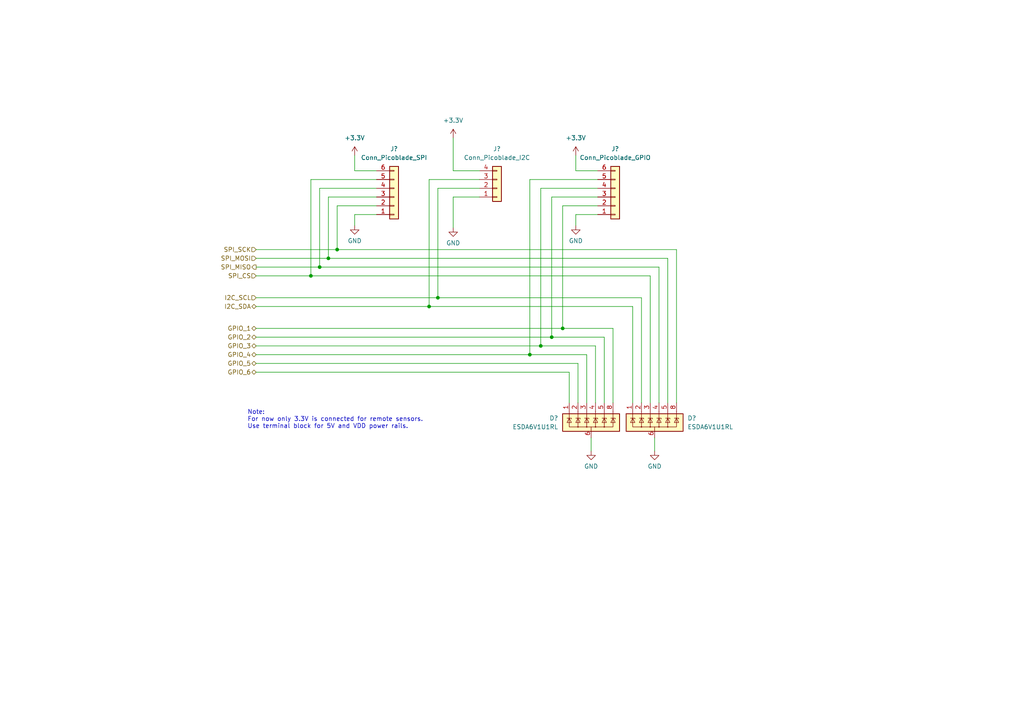
<source format=kicad_sch>
(kicad_sch (version 20211123) (generator eeschema)
  (paper "A4")
  (lib_symbols
    (symbol "0_power_protection:ESDA6V1U1RL" (pin_names hide)
      (property "Reference" "D" (at 12.065 9.525 0))
      (property "Value" "ESDA6V1U1RL" (at 17.78 11.43 0))
      (symbol "ESDA6V1U1RL_0_0"
        (pin passive line (at 0 -5.08 90) (length 2.54) (name "GND") (number "6"))
        (pin passive line (at 0 -5.08 90) (length 2.54) hide (name "GND") (number "7"))
      )
      (symbol "ESDA6V1U1RL_0_1"
        (rectangle (start -8.255 1.905) (end 8.255 -3.175) (stroke (width 0.254)) (fill (type background)))
        (circle (center -3.81 -1.905) (radius 0.127))
        (circle (center -1.27 -1.905) (radius 0.127))
        (polyline (pts (xy -3.81 2.54) (xy -3.81 -1.905)))
        (polyline (pts (xy -1.27 2.54) (xy -1.27 -1.905)))
        (polyline (pts (xy 0 -1.905) (xy 0 -2.54)))
        (polyline (pts (xy 1.27 2.54) (xy 1.27 -1.905)))
        (polyline (pts (xy 3.81 2.54) (xy 3.81 -1.905)))
        (polyline (pts (xy -6.985 0.635) (xy -5.715 0.635) (xy -5.715 0.381)))
        (polyline (pts (xy -4.445 0.635) (xy -3.175 0.635) (xy -3.175 0.381)))
        (polyline (pts (xy -1.905 0.635) (xy -0.635 0.635) (xy -0.635 0.381)))
        (polyline (pts (xy 0.635 0.635) (xy 1.905 0.635) (xy 1.905 0.381)))
        (polyline (pts (xy 3.175 0.635) (xy 4.445 0.635) (xy 4.445 0.381)))
        (polyline (pts (xy 5.715 0.635) (xy 6.985 0.635) (xy 6.985 0.381)))
        (polyline (pts (xy -6.985 -0.635) (xy -5.715 -0.635) (xy -6.35 0.635) (xy -6.985 -0.635)))
        (polyline (pts (xy -6.35 2.54) (xy -6.35 -1.905) (xy 6.35 -1.905) (xy 6.35 2.54)))
        (polyline (pts (xy -4.445 -0.635) (xy -3.175 -0.635) (xy -3.81 0.635) (xy -4.445 -0.635)))
        (polyline (pts (xy -1.905 -0.635) (xy -0.635 -0.635) (xy -1.27 0.635) (xy -1.905 -0.635)))
        (polyline (pts (xy 0.635 -0.635) (xy 1.905 -0.635) (xy 1.27 0.635) (xy 0.635 -0.635)))
        (polyline (pts (xy 3.175 -0.635) (xy 4.445 -0.635) (xy 3.81 0.635) (xy 3.175 -0.635)))
        (polyline (pts (xy 5.715 -0.635) (xy 6.985 -0.635) (xy 6.35 0.635) (xy 5.715 -0.635)))
        (circle (center 1.27 -1.905) (radius 0.127))
        (circle (center 3.81 -1.905) (radius 0.127))
      )
      (symbol "ESDA6V1U1RL_1_1"
        (pin passive line (at -6.35 5.08 270) (length 2.54) (name "IO1") (number "1"))
        (pin passive line (at -3.81 5.08 270) (length 2.54) (name "IO2") (number "2"))
        (pin passive line (at -1.27 5.08 270) (length 2.54) (name "IO3") (number "3"))
        (pin passive line (at 1.27 5.08 270) (length 2.54) (name "IO4") (number "4"))
        (pin passive line (at 3.81 5.08 270) (length 2.54) (name "IO5") (number "5"))
        (pin passive line (at 6.35 5.08 270) (length 2.54) (name "IO6") (number "8"))
      )
    )
    (symbol "Connector_Generic:Conn_01x04" (pin_names (offset 1.016) hide)
      (property "Reference" "J" (at 0 5.08 0))
      (property "Value" "Conn_01x04" (at 0 -7.62 0))
      (symbol "Conn_01x04_1_1"
        (rectangle (start -1.27 -4.953) (end 0 -5.207) (stroke (width 0.1524)))
        (rectangle (start -1.27 -2.413) (end 0 -2.667) (stroke (width 0.1524)))
        (rectangle (start -1.27 0.127) (end 0 -0.127) (stroke (width 0.1524)))
        (rectangle (start -1.27 2.667) (end 0 2.413) (stroke (width 0.1524)))
        (rectangle (start -1.27 3.81) (end 1.27 -6.35) (stroke (width 0.254)) (fill (type background)))
        (pin passive line (at -5.08 2.54 0) (length 3.81) (name "Pin_1") (number "1"))
        (pin passive line (at -5.08 0 0) (length 3.81) (name "Pin_2") (number "2"))
        (pin passive line (at -5.08 -2.54 0) (length 3.81) (name "Pin_3") (number "3"))
        (pin passive line (at -5.08 -5.08 0) (length 3.81) (name "Pin_4") (number "4"))
      )
    )
    (symbol "Connector_Generic:Conn_01x06" (pin_names (offset 1.016) hide)
      (property "Reference" "J" (at 0 7.62 0))
      (property "Value" "Conn_01x06" (at 0 -10.16 0))
      (symbol "Conn_01x06_1_1"
        (rectangle (start -1.27 -7.493) (end 0 -7.747) (stroke (width 0.1524)))
        (rectangle (start -1.27 -4.953) (end 0 -5.207) (stroke (width 0.1524)))
        (rectangle (start -1.27 -2.413) (end 0 -2.667) (stroke (width 0.1524)))
        (rectangle (start -1.27 0.127) (end 0 -0.127) (stroke (width 0.1524)))
        (rectangle (start -1.27 2.667) (end 0 2.413) (stroke (width 0.1524)))
        (rectangle (start -1.27 5.207) (end 0 4.953) (stroke (width 0.1524)))
        (rectangle (start -1.27 6.35) (end 1.27 -8.89) (stroke (width 0.254)) (fill (type background)))
        (pin passive line (at -5.08 5.08 0) (length 3.81) (name "Pin_1") (number "1"))
        (pin passive line (at -5.08 2.54 0) (length 3.81) (name "Pin_2") (number "2"))
        (pin passive line (at -5.08 0 0) (length 3.81) (name "Pin_3") (number "3"))
        (pin passive line (at -5.08 -2.54 0) (length 3.81) (name "Pin_4") (number "4"))
        (pin passive line (at -5.08 -5.08 0) (length 3.81) (name "Pin_5") (number "5"))
        (pin passive line (at -5.08 -7.62 0) (length 3.81) (name "Pin_6") (number "6"))
      )
    )
    (symbol "power:+3.3V" (power) (pin_names (offset 0))
      (property "Value" "+3.3V" (at 0 3.556 0))
      (symbol "+3.3V_0_1"
        (polyline (pts (xy -0.762 1.27) (xy 0 2.54)))
        (polyline (pts (xy 0 0) (xy 0 2.54)))
        (polyline (pts (xy 0 2.54) (xy 0.762 1.27)))
      )
      (symbol "+3.3V_1_1"
        (pin power_in line (at 0 0 90) (length 0) hide (name "+3.3V") (number "1"))
      )
    )
    (symbol "power:GND" (power) (pin_names (offset 0))
      (property "Value" "GND" (at 0 -3.81 0))
      (symbol "GND_0_1"
        (polyline (pts (xy 0 0) (xy 0 -1.27) (xy 1.27 -1.27) (xy 0 -2.54) (xy -1.27 -1.27) (xy 0 -1.27)))
      )
      (symbol "GND_1_1"
        (pin power_in line (at 0 0 270) (length 0) hide (name "GND") (number "1"))
      )
    )
  )
  (junction (at 160.02 97.79))
  (junction (at 127 86.36))
  (junction (at 153.67 102.87))
  (junction (at 97.79 72.39))
  (junction (at 90.17 80.01))
  (junction (at 92.71 77.47))
  (junction (at 124.46 88.9))
  (junction (at 156.845 100.33))
  (junction (at 95.25 74.93))
  (junction (at 163.195 95.25))
  (wire (pts (xy 167.64 105.41) (xy 167.64 116.84)))
  (wire (pts (xy 95.25 57.15) (xy 95.25 74.93)))
  (wire (pts (xy 156.845 100.33) (xy 172.72 100.33)))
  (wire (pts (xy 92.71 77.47) (xy 191.135 77.47)))
  (wire (pts (xy 153.67 52.07) (xy 153.67 102.87)))
  (wire (pts (xy 167.005 62.23) (xy 173.355 62.23)))
  (wire (pts (xy 170.18 102.87) (xy 170.18 116.84)))
  (wire (pts (xy 124.46 88.9) (xy 183.515 88.9)))
  (wire (pts (xy 109.22 52.07) (xy 90.17 52.07)))
  (wire (pts (xy 74.295 80.01) (xy 90.17 80.01)))
  (wire (pts (xy 196.215 72.39) (xy 196.215 116.84)))
  (wire (pts (xy 131.445 57.15) (xy 139.065 57.15)))
  (wire (pts (xy 74.295 95.25) (xy 163.195 95.25)))
  (wire (pts (xy 189.865 127) (xy 189.865 130.81)))
  (wire (pts (xy 92.71 54.61) (xy 92.71 77.47)))
  (wire (pts (xy 74.295 72.39) (xy 97.79 72.39)))
  (wire (pts (xy 163.195 59.69) (xy 163.195 95.25)))
  (wire (pts (xy 165.1 107.95) (xy 165.1 116.84)))
  (wire (pts (xy 175.26 97.79) (xy 175.26 116.84)))
  (wire (pts (xy 131.445 49.53) (xy 139.065 49.53)))
  (wire (pts (xy 173.355 52.07) (xy 153.67 52.07)))
  (wire (pts (xy 109.22 59.69) (xy 97.79 59.69)))
  (wire (pts (xy 74.295 100.33) (xy 156.845 100.33)))
  (wire (pts (xy 102.87 65.405) (xy 102.87 62.23)))
  (wire (pts (xy 191.135 77.47) (xy 191.135 116.84)))
  (wire (pts (xy 139.065 54.61) (xy 127 54.61)))
  (wire (pts (xy 74.295 77.47) (xy 92.71 77.47)))
  (wire (pts (xy 127 54.61) (xy 127 86.36)))
  (wire (pts (xy 74.295 88.9) (xy 124.46 88.9)))
  (wire (pts (xy 90.17 80.01) (xy 188.595 80.01)))
  (wire (pts (xy 102.87 49.53) (xy 109.22 49.53)))
  (wire (pts (xy 171.45 127) (xy 171.45 130.81)))
  (wire (pts (xy 167.005 49.53) (xy 173.355 49.53)))
  (wire (pts (xy 173.355 54.61) (xy 156.845 54.61)))
  (wire (pts (xy 163.195 95.25) (xy 177.8 95.25)))
  (wire (pts (xy 109.22 54.61) (xy 92.71 54.61)))
  (wire (pts (xy 160.02 97.79) (xy 175.26 97.79)))
  (wire (pts (xy 173.355 59.69) (xy 163.195 59.69)))
  (wire (pts (xy 167.005 45.085) (xy 167.005 49.53)))
  (wire (pts (xy 193.675 74.93) (xy 193.675 116.84)))
  (wire (pts (xy 109.22 57.15) (xy 95.25 57.15)))
  (wire (pts (xy 95.25 74.93) (xy 193.675 74.93)))
  (wire (pts (xy 172.72 100.33) (xy 172.72 116.84)))
  (wire (pts (xy 74.295 105.41) (xy 167.64 105.41)))
  (wire (pts (xy 183.515 88.9) (xy 183.515 116.84)))
  (wire (pts (xy 74.295 86.36) (xy 127 86.36)))
  (wire (pts (xy 156.845 54.61) (xy 156.845 100.33)))
  (wire (pts (xy 74.295 97.79) (xy 160.02 97.79)))
  (wire (pts (xy 74.295 102.87) (xy 153.67 102.87)))
  (wire (pts (xy 90.17 52.07) (xy 90.17 80.01)))
  (wire (pts (xy 186.055 86.36) (xy 186.055 116.84)))
  (wire (pts (xy 102.87 62.23) (xy 109.22 62.23)))
  (wire (pts (xy 131.445 40.005) (xy 131.445 49.53)))
  (wire (pts (xy 188.595 80.01) (xy 188.595 116.84)))
  (wire (pts (xy 160.02 57.15) (xy 160.02 97.79)))
  (wire (pts (xy 139.065 52.07) (xy 124.46 52.07)))
  (wire (pts (xy 97.79 59.69) (xy 97.79 72.39)))
  (wire (pts (xy 74.295 107.95) (xy 165.1 107.95)))
  (wire (pts (xy 177.8 95.25) (xy 177.8 116.84)))
  (wire (pts (xy 74.295 74.93) (xy 95.25 74.93)))
  (wire (pts (xy 127 86.36) (xy 186.055 86.36)))
  (wire (pts (xy 167.005 65.405) (xy 167.005 62.23)))
  (wire (pts (xy 124.46 52.07) (xy 124.46 88.9)))
  (wire (pts (xy 173.355 57.15) (xy 160.02 57.15)))
  (wire (pts (xy 97.79 72.39) (xy 196.215 72.39)))
  (wire (pts (xy 153.67 102.87) (xy 170.18 102.87)))
  (wire (pts (xy 102.87 45.085) (xy 102.87 49.53)))
  (wire (pts (xy 131.445 66.04) (xy 131.445 57.15)))
  (text "Note:\nFor now only 3.3V is connected for remote sensors.\nUse terminal block for 5V and VDD power rails." (at 71.755 124.46 0) (effects (font (size 1.27 1.27)) (justify left bottom)))
  (hierarchical_label "SPI_MOSI" (shape input) (at 74.295 74.93 180))
  (hierarchical_label "SPI_SCK" (shape input) (at 74.295 72.39 180))
  (hierarchical_label "SPI_CS" (shape input) (at 74.295 80.01 180))
  (hierarchical_label "GPIO_5" (shape bidirectional) (at 74.295 105.41 180))
  (hierarchical_label "GPIO_6" (shape bidirectional) (at 74.295 107.95 180))
  (hierarchical_label "GPIO_2" (shape bidirectional) (at 74.295 97.79 180))
  (hierarchical_label "GPIO_1" (shape bidirectional) (at 74.295 95.25 180))
  (hierarchical_label "GPIO_3" (shape bidirectional) (at 74.295 100.33 180))
  (hierarchical_label "I2C_SDA" (shape bidirectional) (at 74.295 88.9 180))
  (hierarchical_label "GPIO_4" (shape bidirectional) (at 74.295 102.87 180))
  (hierarchical_label "I2C_SCL" (shape input) (at 74.295 86.36 180))
  (hierarchical_label "SPI_MISO" (shape output) (at 74.295 77.47 180))
  (symbol (lib_id "power:GND") (at 189.865 130.81 0) (unit 1)
    (property "Reference" "#PWR0203" (effects hide))
    (property "Value" "GND" (at 189.865 135.255 0))
  )
  (symbol (lib_id "power:GND") (at 102.87 65.405 0) (unit 1)
    (property "Reference" "#PWR0210" (effects hide))
    (property "Value" "GND" (at 102.87 69.85 0))
  )
  (symbol (lib_id "power:+3.3V") (at 102.87 45.085 0) (unit 1)
    (property "Reference" "#PWR0209" (effects hide))
    (property "Value" "+3.3V" (at 102.87 40.005 0))
  )
  (symbol (lib_id "0_power_protection:ESDA6V1U1RL") (at 189.865 121.92 0) (unit 1)
    (property "Reference" "D?" (at 199.39 121.285 0) (effects (justify left)))
    (property "Value" "ESDA6V1U1RL" (at 199.39 123.825 0) (effects (justify left)))
    (property "Footprint" "Package_SO:SOIC-8_3.9x4.9mm_P1.27mm" (effects hide))
    (property "Datasheet" "https://www.st.com/content/ccc/resource/technical/document/datasheet/80/9f/66/3a/18/37/40/81/CD00000840.pdf/files/CD00000840.pdf/jcr:content/translations/en.CD00000840.pdf" (effects hide))
    (property "Manufacturer ref" "ESDALC6V1W5" (effects hide))
    (property "Digikey ref" "497-7231-1-ND" (effects hide))
  )
  (symbol (lib_id "Connector_Generic:Conn_01x06") (at 178.435 57.15 0) (mirror x) (unit 1)
    (property "Reference" "J?" (at 178.435 43.18 0))
    (property "Value" "Conn_Picoblade_GPIO" (at 178.435 45.72 0))
    (property "Footprint" "Connector_Molex:Molex_PicoBlade_53047-0610_1x06_P1.25mm_Vertical" (effects hide))
    (property "Datasheet" "https://www.molex.com/pdm_docs/sd/530470610_sd.pdf" (effects hide))
    (property "Manufacturer ref" "0530470610" (effects hide))
    (property "Digikey ref" "WM1735-ND" (effects hide))
  )
  (symbol (lib_id "power:GND") (at 171.45 130.81 0) (unit 1)
    (property "Reference" "#PWR0204" (effects hide))
    (property "Value" "GND" (at 171.45 135.255 0))
  )
  (symbol (lib_id "0_power_protection:ESDA6V1U1RL") (at 171.45 121.92 0) (unit 1)
    (property "Reference" "D?" (at 161.925 121.285 0) (effects (justify right)))
    (property "Value" "ESDA6V1U1RL" (at 161.925 123.825 0) (effects (justify right)))
    (property "Footprint" "Package_SO:SOIC-8_3.9x4.9mm_P1.27mm" (effects hide))
    (property "Datasheet" "https://www.st.com/content/ccc/resource/technical/document/datasheet/80/9f/66/3a/18/37/40/81/CD00000840.pdf/files/CD00000840.pdf/jcr:content/translations/en.CD00000840.pdf" (effects hide))
    (property "Manufacturer ref" "ESDALC6V1W5" (effects hide))
    (property "Digikey ref" "497-7231-1-ND" (effects hide))
  )
  (symbol (lib_id "Connector_Generic:Conn_01x06") (at 114.3 57.15 0) (mirror x) (unit 1)
    (property "Reference" "J?" (at 114.3 43.18 0))
    (property "Value" "Conn_Picoblade_SPI" (at 114.3 45.72 0))
    (property "Footprint" "Connector_Molex:Molex_PicoBlade_53047-0610_1x06_P1.25mm_Vertical" (effects hide))
    (property "Datasheet" "https://www.molex.com/pdm_docs/sd/530470610_sd.pdf" (effects hide))
    (property "Manufacturer ref" "0530470610" (effects hide))
    (property "Digikey ref" "WM1735-ND" (effects hide))
  )
  (symbol (lib_id "Connector_Generic:Conn_01x04") (at 144.145 54.61 0) (mirror x) (unit 1)
    (property "Reference" "J?" (at 144.145 43.18 0))
    (property "Value" "Conn_Picoblade_I2C" (at 144.145 45.72 0))
    (property "Footprint" "Connector_Molex:Molex_PicoBlade_53047-0410_1x04_P1.25mm_Vertical" (effects hide))
    (property "Datasheet" "https://www.molex.com/pdm_docs/sd/530470410_sd.pdf" (effects hide))
    (property "Manufacturer ref" "0530470410" (effects hide))
    (property "Digikey ref" "WM1733-ND" (effects hide))
  )
  (symbol (lib_id "power:GND") (at 131.445 66.04 0) (unit 1)
    (property "Reference" "#PWR0206" (effects hide))
    (property "Value" "GND" (at 131.445 70.485 0))
  )
  (symbol (lib_id "power:+3.3V") (at 131.445 40.005 0) (unit 1)
    (property "Reference" "#PWR0207" (effects hide))
    (property "Value" "+3.3V" (at 131.445 34.925 0))
  )
  (symbol (lib_id "power:+3.3V") (at 167.005 45.085 0) (unit 1)
    (property "Reference" "#PWR0205" (effects hide))
    (property "Value" "+3.3V" (at 167.005 40.005 0))
  )
  (symbol (lib_id "power:GND") (at 167.005 65.405 0) (unit 1)
    (property "Reference" "#PWR0208" (effects hide))
    (property "Value" "GND" (at 167.005 69.85 0))
  )
)
</source>
